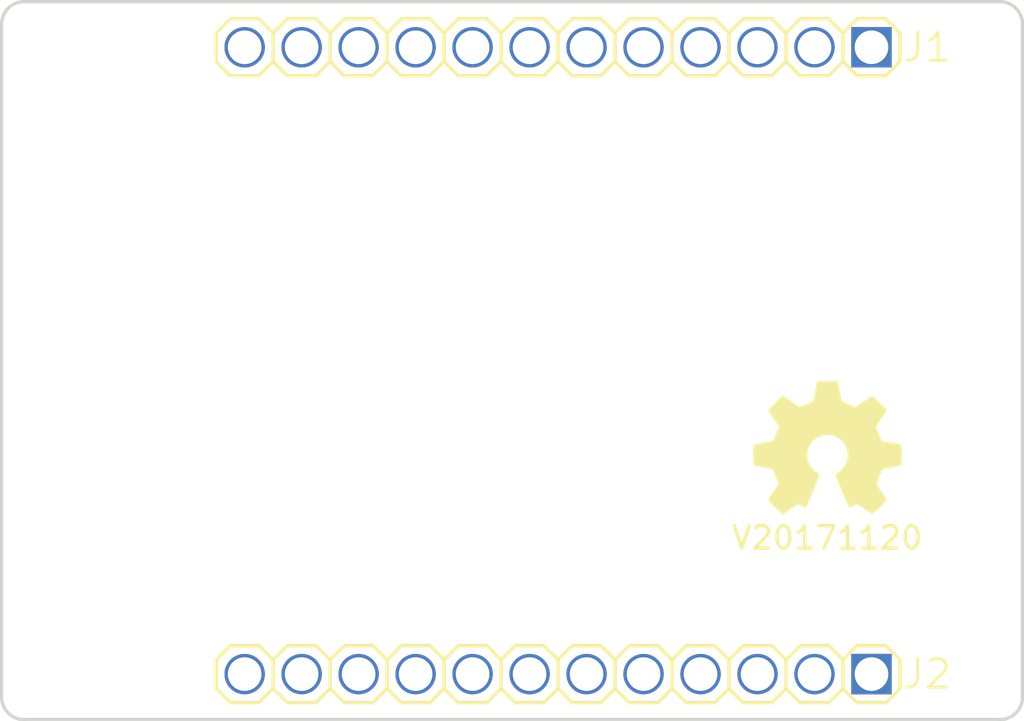
<source format=kicad_pcb>
(kicad_pcb (version 4) (host pcbnew 4.0.7-e2-6376~58~ubuntu17.04.1)

  (general
    (links 0)
    (no_connects 0)
    (area 0 0 0 0)
    (thickness 1.6)
    (drawings 8)
    (tracks 0)
    (zones 0)
    (modules 7)
    (nets 25)
  )

  (page A4)
  (layers
    (0 F.Cu signal)
    (31 B.Cu signal)
    (32 B.Adhes user)
    (33 F.Adhes user)
    (34 B.Paste user)
    (35 F.Paste user)
    (36 B.SilkS user)
    (37 F.SilkS user)
    (38 B.Mask user)
    (39 F.Mask user)
    (40 Dwgs.User user)
    (41 Cmts.User user)
    (42 Eco1.User user)
    (43 Eco2.User user)
    (44 Edge.Cuts user)
    (45 Margin user)
    (46 B.CrtYd user)
    (47 F.CrtYd user)
    (48 B.Fab user)
    (49 F.Fab user)
  )

  (setup
    (last_trace_width 0.1524)
    (user_trace_width 0.1524)
    (user_trace_width 0.2)
    (user_trace_width 0.3)
    (user_trace_width 0.4)
    (user_trace_width 0.6)
    (user_trace_width 1)
    (user_trace_width 1.5)
    (user_trace_width 2)
    (trace_clearance 0.1524)
    (zone_clearance 0.508)
    (zone_45_only no)
    (trace_min 0.1524)
    (segment_width 0.2)
    (edge_width 0.15)
    (via_size 0.381)
    (via_drill 0.254)
    (via_min_size 0.381)
    (via_min_drill 0.254)
    (user_via 0.381 0.254)
    (user_via 0.55 0.4)
    (user_via 0.75 0.6)
    (user_via 0.95 0.8)
    (user_via 1.3 1)
    (user_via 1.5 1.2)
    (user_via 1.7 1.4)
    (user_via 1.9 1.6)
    (uvia_size 0.381)
    (uvia_drill 0.254)
    (uvias_allowed no)
    (uvia_min_size 0.381)
    (uvia_min_drill 0.254)
    (pcb_text_width 0.3)
    (pcb_text_size 1.5 1.5)
    (mod_edge_width 0.15)
    (mod_text_size 1 1)
    (mod_text_width 0.15)
    (pad_size 1.524 1.524)
    (pad_drill 0.762)
    (pad_to_mask_clearance 0.2)
    (aux_axis_origin 0 0)
    (visible_elements FFFFFF7F)
    (pcbplotparams
      (layerselection 0x00030_80000001)
      (usegerberextensions false)
      (excludeedgelayer true)
      (linewidth 0.100000)
      (plotframeref false)
      (viasonmask false)
      (mode 1)
      (useauxorigin false)
      (hpglpennumber 1)
      (hpglpenspeed 20)
      (hpglpendiameter 15)
      (hpglpenoverlay 2)
      (psnegative false)
      (psa4output false)
      (plotreference true)
      (plotvalue true)
      (plotinvisibletext false)
      (padsonsilk false)
      (subtractmaskfromsilk false)
      (outputformat 1)
      (mirror false)
      (drillshape 1)
      (scaleselection 1)
      (outputdirectory ""))
  )

  (net 0 "")
  (net 1 "Net-(J1-Pad1)")
  (net 2 "Net-(J1-Pad2)")
  (net 3 "Net-(J1-Pad3)")
  (net 4 "Net-(J1-Pad4)")
  (net 5 "Net-(J1-Pad5)")
  (net 6 "Net-(J1-Pad6)")
  (net 7 "Net-(J1-Pad7)")
  (net 8 "Net-(J1-Pad8)")
  (net 9 "Net-(J1-Pad9)")
  (net 10 "Net-(J1-Pad10)")
  (net 11 "Net-(J1-Pad11)")
  (net 12 "Net-(J1-Pad12)")
  (net 13 "Net-(J2-Pad1)")
  (net 14 "Net-(J2-Pad2)")
  (net 15 "Net-(J2-Pad3)")
  (net 16 "Net-(J2-Pad4)")
  (net 17 "Net-(J2-Pad5)")
  (net 18 "Net-(J2-Pad6)")
  (net 19 "Net-(J2-Pad7)")
  (net 20 "Net-(J2-Pad8)")
  (net 21 "Net-(J2-Pad9)")
  (net 22 "Net-(J2-Pad10)")
  (net 23 "Net-(J2-Pad11)")
  (net 24 "Net-(J2-Pad12)")

  (net_class Default "This is the default net class."
    (clearance 0.1524)
    (trace_width 0.1524)
    (via_dia 0.381)
    (via_drill 0.254)
    (uvia_dia 0.381)
    (uvia_drill 0.254)
    (add_net "Net-(J1-Pad1)")
    (add_net "Net-(J1-Pad10)")
    (add_net "Net-(J1-Pad11)")
    (add_net "Net-(J1-Pad12)")
    (add_net "Net-(J1-Pad2)")
    (add_net "Net-(J1-Pad3)")
    (add_net "Net-(J1-Pad4)")
    (add_net "Net-(J1-Pad5)")
    (add_net "Net-(J1-Pad6)")
    (add_net "Net-(J1-Pad7)")
    (add_net "Net-(J1-Pad8)")
    (add_net "Net-(J1-Pad9)")
    (add_net "Net-(J2-Pad1)")
    (add_net "Net-(J2-Pad10)")
    (add_net "Net-(J2-Pad11)")
    (add_net "Net-(J2-Pad12)")
    (add_net "Net-(J2-Pad2)")
    (add_net "Net-(J2-Pad3)")
    (add_net "Net-(J2-Pad4)")
    (add_net "Net-(J2-Pad5)")
    (add_net "Net-(J2-Pad6)")
    (add_net "Net-(J2-Pad7)")
    (add_net "Net-(J2-Pad8)")
    (add_net "Net-(J2-Pad9)")
  )

  (module Symbols:OSHW-Symbol_6.7x6mm_SilkScreen (layer F.Cu) (tedit 0) (tstamp 5A135134)
    (at 160 105)
    (descr "Open Source Hardware Symbol")
    (tags "Logo Symbol OSHW")
    (path /5A135869)
    (attr virtual)
    (fp_text reference N1 (at 0 0) (layer F.SilkS) hide
      (effects (font (size 1 1) (thickness 0.15)))
    )
    (fp_text value OHWLOGO (at 0.75 0) (layer F.Fab) hide
      (effects (font (size 1 1) (thickness 0.15)))
    )
    (fp_poly (pts (xy 0.555814 -2.531069) (xy 0.639635 -2.086445) (xy 0.94892 -1.958947) (xy 1.258206 -1.831449)
      (xy 1.629246 -2.083754) (xy 1.733157 -2.154004) (xy 1.827087 -2.216728) (xy 1.906652 -2.269062)
      (xy 1.96747 -2.308143) (xy 2.005157 -2.331107) (xy 2.015421 -2.336058) (xy 2.03391 -2.323324)
      (xy 2.07342 -2.288118) (xy 2.129522 -2.234938) (xy 2.197787 -2.168282) (xy 2.273786 -2.092646)
      (xy 2.353092 -2.012528) (xy 2.431275 -1.932426) (xy 2.503907 -1.856836) (xy 2.566559 -1.790255)
      (xy 2.614803 -1.737182) (xy 2.64421 -1.702113) (xy 2.651241 -1.690377) (xy 2.641123 -1.66874)
      (xy 2.612759 -1.621338) (xy 2.569129 -1.552807) (xy 2.513218 -1.467785) (xy 2.448006 -1.370907)
      (xy 2.410219 -1.31565) (xy 2.341343 -1.214752) (xy 2.28014 -1.123701) (xy 2.229578 -1.04703)
      (xy 2.192628 -0.989272) (xy 2.172258 -0.954957) (xy 2.169197 -0.947746) (xy 2.176136 -0.927252)
      (xy 2.195051 -0.879487) (xy 2.223087 -0.811168) (xy 2.257391 -0.729011) (xy 2.295109 -0.63973)
      (xy 2.333387 -0.550042) (xy 2.36937 -0.466662) (xy 2.400206 -0.396306) (xy 2.423039 -0.34569)
      (xy 2.435017 -0.321529) (xy 2.435724 -0.320578) (xy 2.454531 -0.315964) (xy 2.504618 -0.305672)
      (xy 2.580793 -0.290713) (xy 2.677865 -0.272099) (xy 2.790643 -0.250841) (xy 2.856442 -0.238582)
      (xy 2.97695 -0.215638) (xy 3.085797 -0.193805) (xy 3.177476 -0.174278) (xy 3.246481 -0.158252)
      (xy 3.287304 -0.146921) (xy 3.295511 -0.143326) (xy 3.303548 -0.118994) (xy 3.310033 -0.064041)
      (xy 3.31497 0.015108) (xy 3.318364 0.112026) (xy 3.320218 0.220287) (xy 3.320538 0.333465)
      (xy 3.319327 0.445135) (xy 3.31659 0.548868) (xy 3.312331 0.638241) (xy 3.306555 0.706826)
      (xy 3.299267 0.748197) (xy 3.294895 0.75681) (xy 3.268764 0.767133) (xy 3.213393 0.781892)
      (xy 3.136107 0.799352) (xy 3.04423 0.81778) (xy 3.012158 0.823741) (xy 2.857524 0.852066)
      (xy 2.735375 0.874876) (xy 2.641673 0.89308) (xy 2.572384 0.907583) (xy 2.523471 0.919292)
      (xy 2.490897 0.929115) (xy 2.470628 0.937956) (xy 2.458626 0.946724) (xy 2.456947 0.948457)
      (xy 2.440184 0.976371) (xy 2.414614 1.030695) (xy 2.382788 1.104777) (xy 2.34726 1.191965)
      (xy 2.310583 1.285608) (xy 2.275311 1.379052) (xy 2.243996 1.465647) (xy 2.219193 1.53874)
      (xy 2.203454 1.591678) (xy 2.199332 1.617811) (xy 2.199676 1.618726) (xy 2.213641 1.640086)
      (xy 2.245322 1.687084) (xy 2.291391 1.754827) (xy 2.348518 1.838423) (xy 2.413373 1.932982)
      (xy 2.431843 1.959854) (xy 2.497699 2.057275) (xy 2.55565 2.146163) (xy 2.602538 2.221412)
      (xy 2.635207 2.27792) (xy 2.6505 2.310581) (xy 2.651241 2.314593) (xy 2.638392 2.335684)
      (xy 2.602888 2.377464) (xy 2.549293 2.435445) (xy 2.482171 2.505135) (xy 2.406087 2.582045)
      (xy 2.325604 2.661683) (xy 2.245287 2.739561) (xy 2.169699 2.811186) (xy 2.103405 2.87207)
      (xy 2.050969 2.917721) (xy 2.016955 2.94365) (xy 2.007545 2.947883) (xy 1.985643 2.937912)
      (xy 1.9408 2.91102) (xy 1.880321 2.871736) (xy 1.833789 2.840117) (xy 1.749475 2.782098)
      (xy 1.649626 2.713784) (xy 1.549473 2.645579) (xy 1.495627 2.609075) (xy 1.313371 2.4858)
      (xy 1.160381 2.56852) (xy 1.090682 2.604759) (xy 1.031414 2.632926) (xy 0.991311 2.648991)
      (xy 0.981103 2.651226) (xy 0.968829 2.634722) (xy 0.944613 2.588082) (xy 0.910263 2.515609)
      (xy 0.867588 2.421606) (xy 0.818394 2.310374) (xy 0.76449 2.186215) (xy 0.707684 2.053432)
      (xy 0.649782 1.916327) (xy 0.592593 1.779202) (xy 0.537924 1.646358) (xy 0.487584 1.522098)
      (xy 0.44338 1.410725) (xy 0.407119 1.316539) (xy 0.380609 1.243844) (xy 0.365658 1.196941)
      (xy 0.363254 1.180833) (xy 0.382311 1.160286) (xy 0.424036 1.126933) (xy 0.479706 1.087702)
      (xy 0.484378 1.084599) (xy 0.628264 0.969423) (xy 0.744283 0.835053) (xy 0.83143 0.685784)
      (xy 0.888699 0.525913) (xy 0.915086 0.359737) (xy 0.909585 0.191552) (xy 0.87119 0.025655)
      (xy 0.798895 -0.133658) (xy 0.777626 -0.168513) (xy 0.666996 -0.309263) (xy 0.536302 -0.422286)
      (xy 0.390064 -0.506997) (xy 0.232808 -0.562806) (xy 0.069057 -0.589126) (xy -0.096667 -0.58537)
      (xy -0.259838 -0.55095) (xy -0.415935 -0.485277) (xy -0.560433 -0.387765) (xy -0.605131 -0.348187)
      (xy -0.718888 -0.224297) (xy -0.801782 -0.093876) (xy -0.858644 0.052315) (xy -0.890313 0.197088)
      (xy -0.898131 0.35986) (xy -0.872062 0.52344) (xy -0.814755 0.682298) (xy -0.728856 0.830906)
      (xy -0.617014 0.963735) (xy -0.481877 1.075256) (xy -0.464117 1.087011) (xy -0.40785 1.125508)
      (xy -0.365077 1.158863) (xy -0.344628 1.18016) (xy -0.344331 1.180833) (xy -0.348721 1.203871)
      (xy -0.366124 1.256157) (xy -0.394732 1.33339) (xy -0.432735 1.431268) (xy -0.478326 1.545491)
      (xy -0.529697 1.671758) (xy -0.585038 1.805767) (xy -0.642542 1.943218) (xy -0.700399 2.079808)
      (xy -0.756802 2.211237) (xy -0.809942 2.333205) (xy -0.85801 2.441409) (xy -0.899199 2.531549)
      (xy -0.931699 2.599323) (xy -0.953703 2.64043) (xy -0.962564 2.651226) (xy -0.98964 2.642819)
      (xy -1.040303 2.620272) (xy -1.105817 2.587613) (xy -1.141841 2.56852) (xy -1.294832 2.4858)
      (xy -1.477088 2.609075) (xy -1.570125 2.672228) (xy -1.671985 2.741727) (xy -1.767438 2.807165)
      (xy -1.81525 2.840117) (xy -1.882495 2.885273) (xy -1.939436 2.921057) (xy -1.978646 2.942938)
      (xy -1.991381 2.947563) (xy -2.009917 2.935085) (xy -2.050941 2.900252) (xy -2.110475 2.846678)
      (xy -2.184542 2.777983) (xy -2.269165 2.697781) (xy -2.322685 2.646286) (xy -2.416319 2.554286)
      (xy -2.497241 2.471999) (xy -2.562177 2.402945) (xy -2.607858 2.350644) (xy -2.631011 2.318616)
      (xy -2.633232 2.312116) (xy -2.622924 2.287394) (xy -2.594439 2.237405) (xy -2.550937 2.167212)
      (xy -2.495577 2.081875) (xy -2.43152 1.986456) (xy -2.413303 1.959854) (xy -2.346927 1.863167)
      (xy -2.287378 1.776117) (xy -2.237984 1.703595) (xy -2.202075 1.650493) (xy -2.182981 1.621703)
      (xy -2.181136 1.618726) (xy -2.183895 1.595782) (xy -2.198538 1.545336) (xy -2.222513 1.474041)
      (xy -2.253266 1.388547) (xy -2.288244 1.295507) (xy -2.324893 1.201574) (xy -2.360661 1.113399)
      (xy -2.392994 1.037634) (xy -2.419338 0.980931) (xy -2.437142 0.949943) (xy -2.438407 0.948457)
      (xy -2.449294 0.939601) (xy -2.467682 0.930843) (xy -2.497606 0.921277) (xy -2.543103 0.909996)
      (xy -2.608209 0.896093) (xy -2.696961 0.878663) (xy -2.813393 0.856798) (xy -2.961542 0.829591)
      (xy -2.993618 0.823741) (xy -3.088686 0.805374) (xy -3.171565 0.787405) (xy -3.23493 0.771569)
      (xy -3.271458 0.7596) (xy -3.276356 0.75681) (xy -3.284427 0.732072) (xy -3.290987 0.67679)
      (xy -3.296033 0.597389) (xy -3.299559 0.500296) (xy -3.301561 0.391938) (xy -3.302036 0.27874)
      (xy -3.300977 0.167128) (xy -3.298382 0.063529) (xy -3.294246 -0.025632) (xy -3.288563 -0.093928)
      (xy -3.281331 -0.134934) (xy -3.276971 -0.143326) (xy -3.252698 -0.151792) (xy -3.197426 -0.165565)
      (xy -3.116662 -0.18345) (xy -3.015912 -0.204252) (xy -2.900683 -0.226777) (xy -2.837902 -0.238582)
      (xy -2.718787 -0.260849) (xy -2.612565 -0.281021) (xy -2.524427 -0.298085) (xy -2.459566 -0.311031)
      (xy -2.423174 -0.318845) (xy -2.417184 -0.320578) (xy -2.407061 -0.34011) (xy -2.385662 -0.387157)
      (xy -2.355839 -0.454997) (xy -2.320445 -0.536909) (xy -2.282332 -0.626172) (xy -2.244353 -0.716065)
      (xy -2.20936 -0.799865) (xy -2.180206 -0.870853) (xy -2.159743 -0.922306) (xy -2.150823 -0.947503)
      (xy -2.150657 -0.948604) (xy -2.160769 -0.968481) (xy -2.189117 -1.014223) (xy -2.232723 -1.081283)
      (xy -2.288606 -1.165116) (xy -2.353787 -1.261174) (xy -2.391679 -1.31635) (xy -2.460725 -1.417519)
      (xy -2.52205 -1.50937) (xy -2.572663 -1.587256) (xy -2.609571 -1.646531) (xy -2.629782 -1.682549)
      (xy -2.632701 -1.690623) (xy -2.620153 -1.709416) (xy -2.585463 -1.749543) (xy -2.533063 -1.806507)
      (xy -2.467384 -1.875815) (xy -2.392856 -1.952969) (xy -2.313913 -2.033475) (xy -2.234983 -2.112837)
      (xy -2.1605 -2.18656) (xy -2.094894 -2.250148) (xy -2.042596 -2.299106) (xy -2.008039 -2.328939)
      (xy -1.996478 -2.336058) (xy -1.977654 -2.326047) (xy -1.932631 -2.297922) (xy -1.865787 -2.254546)
      (xy -1.781499 -2.198782) (xy -1.684144 -2.133494) (xy -1.610707 -2.083754) (xy -1.239667 -1.831449)
      (xy -0.621095 -2.086445) (xy -0.537275 -2.531069) (xy -0.453454 -2.975693) (xy 0.471994 -2.975693)
      (xy 0.555814 -2.531069)) (layer F.SilkS) (width 0.01))
  )

  (module SquantorLabels:Label_version (layer F.Cu) (tedit 59D3ED5E) (tstamp 5A135138)
    (at 160 109)
    (path /5A1357A5)
    (fp_text reference N2 (at 0 2) (layer F.Fab) hide
      (effects (font (size 1 1) (thickness 0.15)))
    )
    (fp_text value V20171120 (at 0 0) (layer F.SilkS)
      (effects (font (size 1 1) (thickness 0.15)))
    )
  )

  (module SquantorPcbOutline:MountingHole_3.2mm_no_metal locked (layer F.Cu) (tedit 5A135631) (tstamp 5A135345)
    (at 126.59 113.65)
    (path /5A135980)
    (fp_text reference H1 (at 0 -3) (layer F.SilkS) hide
      (effects (font (size 1 1) (thickness 0.15)))
    )
    (fp_text value Drill_Hole_no_metal (at 0 3) (layer F.Fab) hide
      (effects (font (size 1 1) (thickness 0.15)))
    )
    (pad "" np_thru_hole circle (at 0 0) (size 3.2 3.2) (drill 3.2) (layers *.Cu *.Mask))
  )

  (module SquantorPcbOutline:MountingHole_3.2mm_no_metal locked (layer F.Cu) (tedit 5A135626) (tstamp 5A13534A)
    (at 126.59 88.55)
    (path /5A1359C7)
    (fp_text reference H2 (at 0 -3) (layer F.SilkS) hide
      (effects (font (size 1 1) (thickness 0.15)))
    )
    (fp_text value Drill_Hole_no_metal (at 0 3) (layer F.Fab) hide
      (effects (font (size 1 1) (thickness 0.15)))
    )
    (pad "" np_thru_hole circle (at 0 0) (size 3.2 3.2) (drill 3.2) (layers *.Cu *.Mask))
  )

  (module SquantorPcbOutline:MountingHole_2.2mm_no_metal locked (layer F.Cu) (tedit 5A13563B) (tstamp 5A13534F)
    (at 148 101.1)
    (path /5A135A0C)
    (fp_text reference H3 (at 0 -3) (layer F.SilkS) hide
      (effects (font (size 1 1) (thickness 0.15)))
    )
    (fp_text value Drill_Hole_no_metal (at 0 3) (layer F.Fab) hide
      (effects (font (size 1 1) (thickness 0.15)))
    )
    (pad "" np_thru_hole circle (at 0 0) (size 2.2 2.2) (drill 2.2) (layers *.Cu *.Mask))
  )

  (module SquantorConnectors:Header-0254-1X12-H015 locked (layer F.Cu) (tedit 5A135519) (tstamp 5A13541D)
    (at 148 87.13216 180)
    (descr "PIN HEADER")
    (tags "PIN HEADER")
    (path /5A135BF8)
    (attr virtual)
    (fp_text reference J1 (at -16.45 0 180) (layer F.SilkS)
      (effects (font (size 1.27 1.27) (thickness 0.127)))
    )
    (fp_text value PINS_1X12 (at 0 2.9 180) (layer F.Fab) hide
      (effects (font (size 1.27 1.27) (thickness 0.15)))
    )
    (fp_line (start 13.335 1.27) (end 12.7 0.635) (layer F.SilkS) (width 0.15))
    (fp_line (start 14.605 1.27) (end 13.335 1.27) (layer F.SilkS) (width 0.15))
    (fp_line (start 15.24 0.635) (end 14.605 1.27) (layer F.SilkS) (width 0.15))
    (fp_line (start 15.24 -0.635) (end 15.24 0.635) (layer F.SilkS) (width 0.15))
    (fp_line (start 14.605 -1.27) (end 15.24 -0.635) (layer F.SilkS) (width 0.15))
    (fp_line (start 13.335 -1.27) (end 14.605 -1.27) (layer F.SilkS) (width 0.15))
    (fp_line (start 12.7 -0.635) (end 13.335 -1.27) (layer F.SilkS) (width 0.15))
    (fp_line (start 10.795 1.27) (end 10.16 0.635) (layer F.SilkS) (width 0.15))
    (fp_line (start 12.065 1.27) (end 10.795 1.27) (layer F.SilkS) (width 0.15))
    (fp_line (start 12.7 0.635) (end 12.065 1.27) (layer F.SilkS) (width 0.15))
    (fp_line (start 12.7 -0.635) (end 12.7 0.635) (layer F.SilkS) (width 0.15))
    (fp_line (start 12.065 -1.27) (end 12.7 -0.635) (layer F.SilkS) (width 0.15))
    (fp_line (start 10.795 -1.27) (end 12.065 -1.27) (layer F.SilkS) (width 0.15))
    (fp_line (start 10.16 -0.635) (end 10.795 -1.27) (layer F.SilkS) (width 0.15))
    (fp_line (start 5.08 -0.635) (end 5.715 -1.27) (layer F.SilkS) (width 0.1524))
    (fp_line (start 5.715 -1.27) (end 6.985 -1.27) (layer F.SilkS) (width 0.1524))
    (fp_line (start 6.985 -1.27) (end 7.62 -0.635) (layer F.SilkS) (width 0.1524))
    (fp_line (start 7.62 -0.635) (end 7.62 0.635) (layer F.SilkS) (width 0.1524))
    (fp_line (start 7.62 0.635) (end 6.985 1.27) (layer F.SilkS) (width 0.1524))
    (fp_line (start 6.985 1.27) (end 5.715 1.27) (layer F.SilkS) (width 0.1524))
    (fp_line (start 5.715 1.27) (end 5.08 0.635) (layer F.SilkS) (width 0.1524))
    (fp_line (start 0.635 -1.27) (end 1.905 -1.27) (layer F.SilkS) (width 0.1524))
    (fp_line (start 1.905 -1.27) (end 2.54 -0.635) (layer F.SilkS) (width 0.1524))
    (fp_line (start 2.54 -0.635) (end 2.54 0.635) (layer F.SilkS) (width 0.1524))
    (fp_line (start 2.54 0.635) (end 1.905 1.27) (layer F.SilkS) (width 0.1524))
    (fp_line (start 2.54 -0.635) (end 3.175 -1.27) (layer F.SilkS) (width 0.1524))
    (fp_line (start 3.175 -1.27) (end 4.445 -1.27) (layer F.SilkS) (width 0.1524))
    (fp_line (start 4.445 -1.27) (end 5.08 -0.635) (layer F.SilkS) (width 0.1524))
    (fp_line (start 5.08 -0.635) (end 5.08 0.635) (layer F.SilkS) (width 0.1524))
    (fp_line (start 5.08 0.635) (end 4.445 1.27) (layer F.SilkS) (width 0.1524))
    (fp_line (start 4.445 1.27) (end 3.175 1.27) (layer F.SilkS) (width 0.1524))
    (fp_line (start 3.175 1.27) (end 2.54 0.635) (layer F.SilkS) (width 0.1524))
    (fp_line (start -2.54 -0.635) (end -1.905 -1.27) (layer F.SilkS) (width 0.1524))
    (fp_line (start -1.905 -1.27) (end -0.635 -1.27) (layer F.SilkS) (width 0.1524))
    (fp_line (start -0.635 -1.27) (end 0 -0.635) (layer F.SilkS) (width 0.1524))
    (fp_line (start 0 -0.635) (end 0 0.635) (layer F.SilkS) (width 0.1524))
    (fp_line (start 0 0.635) (end -0.635 1.27) (layer F.SilkS) (width 0.1524))
    (fp_line (start -0.635 1.27) (end -1.905 1.27) (layer F.SilkS) (width 0.1524))
    (fp_line (start -1.905 1.27) (end -2.54 0.635) (layer F.SilkS) (width 0.1524))
    (fp_line (start 0.635 -1.27) (end 0 -0.635) (layer F.SilkS) (width 0.1524))
    (fp_line (start 0 0.635) (end 0.635 1.27) (layer F.SilkS) (width 0.1524))
    (fp_line (start 1.905 1.27) (end 0.635 1.27) (layer F.SilkS) (width 0.1524))
    (fp_line (start -6.985 -1.27) (end -5.715 -1.27) (layer F.SilkS) (width 0.1524))
    (fp_line (start -5.715 -1.27) (end -5.08 -0.635) (layer F.SilkS) (width 0.1524))
    (fp_line (start -5.08 -0.635) (end -5.08 0.635) (layer F.SilkS) (width 0.1524))
    (fp_line (start -5.08 0.635) (end -5.715 1.27) (layer F.SilkS) (width 0.1524))
    (fp_line (start -5.08 -0.635) (end -4.445 -1.27) (layer F.SilkS) (width 0.1524))
    (fp_line (start -4.445 -1.27) (end -3.175 -1.27) (layer F.SilkS) (width 0.1524))
    (fp_line (start -3.175 -1.27) (end -2.54 -0.635) (layer F.SilkS) (width 0.1524))
    (fp_line (start -2.54 -0.635) (end -2.54 0.635) (layer F.SilkS) (width 0.1524))
    (fp_line (start -2.54 0.635) (end -3.175 1.27) (layer F.SilkS) (width 0.1524))
    (fp_line (start -3.175 1.27) (end -4.445 1.27) (layer F.SilkS) (width 0.1524))
    (fp_line (start -4.445 1.27) (end -5.08 0.635) (layer F.SilkS) (width 0.1524))
    (fp_line (start -10.16 -0.635) (end -9.525 -1.27) (layer F.SilkS) (width 0.1524))
    (fp_line (start -9.525 -1.27) (end -8.255 -1.27) (layer F.SilkS) (width 0.1524))
    (fp_line (start -8.255 -1.27) (end -7.62 -0.635) (layer F.SilkS) (width 0.1524))
    (fp_line (start -7.62 -0.635) (end -7.62 0.635) (layer F.SilkS) (width 0.1524))
    (fp_line (start -7.62 0.635) (end -8.255 1.27) (layer F.SilkS) (width 0.1524))
    (fp_line (start -8.255 1.27) (end -9.525 1.27) (layer F.SilkS) (width 0.1524))
    (fp_line (start -9.525 1.27) (end -10.16 0.635) (layer F.SilkS) (width 0.1524))
    (fp_line (start -6.985 -1.27) (end -7.62 -0.635) (layer F.SilkS) (width 0.1524))
    (fp_line (start -7.62 0.635) (end -6.985 1.27) (layer F.SilkS) (width 0.1524))
    (fp_line (start -5.715 1.27) (end -6.985 1.27) (layer F.SilkS) (width 0.1524))
    (fp_line (start -14.605 -1.27) (end -13.335 -1.27) (layer F.SilkS) (width 0.1524))
    (fp_line (start -13.335 -1.27) (end -12.7 -0.635) (layer F.SilkS) (width 0.1524))
    (fp_line (start -12.7 -0.635) (end -12.7 0.635) (layer F.SilkS) (width 0.1524))
    (fp_line (start -12.7 0.635) (end -13.335 1.27) (layer F.SilkS) (width 0.1524))
    (fp_line (start -12.7 -0.635) (end -12.065 -1.27) (layer F.SilkS) (width 0.1524))
    (fp_line (start -12.065 -1.27) (end -10.795 -1.27) (layer F.SilkS) (width 0.1524))
    (fp_line (start -10.795 -1.27) (end -10.16 -0.635) (layer F.SilkS) (width 0.1524))
    (fp_line (start -10.16 -0.635) (end -10.16 0.635) (layer F.SilkS) (width 0.1524))
    (fp_line (start -10.16 0.635) (end -10.795 1.27) (layer F.SilkS) (width 0.1524))
    (fp_line (start -10.795 1.27) (end -12.065 1.27) (layer F.SilkS) (width 0.1524))
    (fp_line (start -12.065 1.27) (end -12.7 0.635) (layer F.SilkS) (width 0.1524))
    (fp_line (start -15.24 -0.635) (end -15.24 0.635) (layer F.SilkS) (width 0.1524))
    (fp_line (start -14.605 -1.27) (end -15.24 -0.635) (layer F.SilkS) (width 0.1524))
    (fp_line (start -15.24 0.635) (end -14.605 1.27) (layer F.SilkS) (width 0.1524))
    (fp_line (start -13.335 1.27) (end -14.605 1.27) (layer F.SilkS) (width 0.1524))
    (fp_line (start 8.255 -1.27) (end 9.525 -1.27) (layer F.SilkS) (width 0.1524))
    (fp_line (start 9.525 -1.27) (end 10.16 -0.635) (layer F.SilkS) (width 0.1524))
    (fp_line (start 10.16 -0.635) (end 10.16 0.635) (layer F.SilkS) (width 0.1524))
    (fp_line (start 10.16 0.635) (end 9.525 1.27) (layer F.SilkS) (width 0.1524))
    (fp_line (start 8.255 -1.27) (end 7.62 -0.635) (layer F.SilkS) (width 0.1524))
    (fp_line (start 7.62 0.635) (end 8.255 1.27) (layer F.SilkS) (width 0.1524))
    (fp_line (start 9.525 1.27) (end 8.255 1.27) (layer F.SilkS) (width 0.1524))
    (pad 1 thru_hole rect (at -13.97 0) (size 1.8 1.8) (drill 1.5) (layers *.Cu *.Mask)
      (net 1 "Net-(J1-Pad1)"))
    (pad 2 thru_hole circle (at -11.43 0) (size 1.8 1.8) (drill 1.5) (layers *.Cu *.Mask)
      (net 2 "Net-(J1-Pad2)"))
    (pad 3 thru_hole circle (at -8.89 0) (size 1.8 1.8) (drill 1.5) (layers *.Cu *.Mask)
      (net 3 "Net-(J1-Pad3)"))
    (pad 4 thru_hole circle (at -6.35 0) (size 1.8 1.8) (drill 1.5) (layers *.Cu *.Mask)
      (net 4 "Net-(J1-Pad4)"))
    (pad 5 thru_hole circle (at -3.81 0) (size 1.8 1.8) (drill 1.5) (layers *.Cu *.Mask)
      (net 5 "Net-(J1-Pad5)"))
    (pad 6 thru_hole circle (at -1.27 0) (size 1.8 1.8) (drill 1.5) (layers *.Cu *.Mask)
      (net 6 "Net-(J1-Pad6)"))
    (pad 7 thru_hole circle (at 1.27 0) (size 1.8 1.8) (drill 1.5) (layers *.Cu *.Mask)
      (net 7 "Net-(J1-Pad7)"))
    (pad 8 thru_hole circle (at 3.81 0) (size 1.8 1.8) (drill 1.5) (layers *.Cu *.Mask)
      (net 8 "Net-(J1-Pad8)"))
    (pad 9 thru_hole circle (at 6.35 0 180) (size 1.8 1.8) (drill 1.5) (layers *.Cu *.Mask)
      (net 9 "Net-(J1-Pad9)"))
    (pad 10 thru_hole circle (at 8.89 0) (size 1.8 1.8) (drill 1.5) (layers *.Cu *.Mask)
      (net 10 "Net-(J1-Pad10)"))
    (pad 11 thru_hole circle (at 11.43 0 180) (size 1.8 1.8) (drill 1.5) (layers *.Cu *.Mask)
      (net 11 "Net-(J1-Pad11)"))
    (pad 12 thru_hole circle (at 13.97 0 180) (size 1.8 1.8) (drill 1.5) (layers *.Cu *.Mask)
      (net 12 "Net-(J1-Pad12)"))
  )

  (module SquantorConnectors:Header-0254-1X12-H015 locked (layer F.Cu) (tedit 5A135501) (tstamp 5A13542D)
    (at 148.00072 115.07216 180)
    (descr "PIN HEADER")
    (tags "PIN HEADER")
    (path /5A135C4B)
    (attr virtual)
    (fp_text reference J2 (at -16.44928 0 180) (layer F.SilkS)
      (effects (font (size 1.27 1.27) (thickness 0.127)))
    )
    (fp_text value PINS_1X12 (at 0 2.9 180) (layer F.Fab) hide
      (effects (font (size 1.27 1.27) (thickness 0.15)))
    )
    (fp_line (start 13.335 1.27) (end 12.7 0.635) (layer F.SilkS) (width 0.15))
    (fp_line (start 14.605 1.27) (end 13.335 1.27) (layer F.SilkS) (width 0.15))
    (fp_line (start 15.24 0.635) (end 14.605 1.27) (layer F.SilkS) (width 0.15))
    (fp_line (start 15.24 -0.635) (end 15.24 0.635) (layer F.SilkS) (width 0.15))
    (fp_line (start 14.605 -1.27) (end 15.24 -0.635) (layer F.SilkS) (width 0.15))
    (fp_line (start 13.335 -1.27) (end 14.605 -1.27) (layer F.SilkS) (width 0.15))
    (fp_line (start 12.7 -0.635) (end 13.335 -1.27) (layer F.SilkS) (width 0.15))
    (fp_line (start 10.795 1.27) (end 10.16 0.635) (layer F.SilkS) (width 0.15))
    (fp_line (start 12.065 1.27) (end 10.795 1.27) (layer F.SilkS) (width 0.15))
    (fp_line (start 12.7 0.635) (end 12.065 1.27) (layer F.SilkS) (width 0.15))
    (fp_line (start 12.7 -0.635) (end 12.7 0.635) (layer F.SilkS) (width 0.15))
    (fp_line (start 12.065 -1.27) (end 12.7 -0.635) (layer F.SilkS) (width 0.15))
    (fp_line (start 10.795 -1.27) (end 12.065 -1.27) (layer F.SilkS) (width 0.15))
    (fp_line (start 10.16 -0.635) (end 10.795 -1.27) (layer F.SilkS) (width 0.15))
    (fp_line (start 5.08 -0.635) (end 5.715 -1.27) (layer F.SilkS) (width 0.1524))
    (fp_line (start 5.715 -1.27) (end 6.985 -1.27) (layer F.SilkS) (width 0.1524))
    (fp_line (start 6.985 -1.27) (end 7.62 -0.635) (layer F.SilkS) (width 0.1524))
    (fp_line (start 7.62 -0.635) (end 7.62 0.635) (layer F.SilkS) (width 0.1524))
    (fp_line (start 7.62 0.635) (end 6.985 1.27) (layer F.SilkS) (width 0.1524))
    (fp_line (start 6.985 1.27) (end 5.715 1.27) (layer F.SilkS) (width 0.1524))
    (fp_line (start 5.715 1.27) (end 5.08 0.635) (layer F.SilkS) (width 0.1524))
    (fp_line (start 0.635 -1.27) (end 1.905 -1.27) (layer F.SilkS) (width 0.1524))
    (fp_line (start 1.905 -1.27) (end 2.54 -0.635) (layer F.SilkS) (width 0.1524))
    (fp_line (start 2.54 -0.635) (end 2.54 0.635) (layer F.SilkS) (width 0.1524))
    (fp_line (start 2.54 0.635) (end 1.905 1.27) (layer F.SilkS) (width 0.1524))
    (fp_line (start 2.54 -0.635) (end 3.175 -1.27) (layer F.SilkS) (width 0.1524))
    (fp_line (start 3.175 -1.27) (end 4.445 -1.27) (layer F.SilkS) (width 0.1524))
    (fp_line (start 4.445 -1.27) (end 5.08 -0.635) (layer F.SilkS) (width 0.1524))
    (fp_line (start 5.08 -0.635) (end 5.08 0.635) (layer F.SilkS) (width 0.1524))
    (fp_line (start 5.08 0.635) (end 4.445 1.27) (layer F.SilkS) (width 0.1524))
    (fp_line (start 4.445 1.27) (end 3.175 1.27) (layer F.SilkS) (width 0.1524))
    (fp_line (start 3.175 1.27) (end 2.54 0.635) (layer F.SilkS) (width 0.1524))
    (fp_line (start -2.54 -0.635) (end -1.905 -1.27) (layer F.SilkS) (width 0.1524))
    (fp_line (start -1.905 -1.27) (end -0.635 -1.27) (layer F.SilkS) (width 0.1524))
    (fp_line (start -0.635 -1.27) (end 0 -0.635) (layer F.SilkS) (width 0.1524))
    (fp_line (start 0 -0.635) (end 0 0.635) (layer F.SilkS) (width 0.1524))
    (fp_line (start 0 0.635) (end -0.635 1.27) (layer F.SilkS) (width 0.1524))
    (fp_line (start -0.635 1.27) (end -1.905 1.27) (layer F.SilkS) (width 0.1524))
    (fp_line (start -1.905 1.27) (end -2.54 0.635) (layer F.SilkS) (width 0.1524))
    (fp_line (start 0.635 -1.27) (end 0 -0.635) (layer F.SilkS) (width 0.1524))
    (fp_line (start 0 0.635) (end 0.635 1.27) (layer F.SilkS) (width 0.1524))
    (fp_line (start 1.905 1.27) (end 0.635 1.27) (layer F.SilkS) (width 0.1524))
    (fp_line (start -6.985 -1.27) (end -5.715 -1.27) (layer F.SilkS) (width 0.1524))
    (fp_line (start -5.715 -1.27) (end -5.08 -0.635) (layer F.SilkS) (width 0.1524))
    (fp_line (start -5.08 -0.635) (end -5.08 0.635) (layer F.SilkS) (width 0.1524))
    (fp_line (start -5.08 0.635) (end -5.715 1.27) (layer F.SilkS) (width 0.1524))
    (fp_line (start -5.08 -0.635) (end -4.445 -1.27) (layer F.SilkS) (width 0.1524))
    (fp_line (start -4.445 -1.27) (end -3.175 -1.27) (layer F.SilkS) (width 0.1524))
    (fp_line (start -3.175 -1.27) (end -2.54 -0.635) (layer F.SilkS) (width 0.1524))
    (fp_line (start -2.54 -0.635) (end -2.54 0.635) (layer F.SilkS) (width 0.1524))
    (fp_line (start -2.54 0.635) (end -3.175 1.27) (layer F.SilkS) (width 0.1524))
    (fp_line (start -3.175 1.27) (end -4.445 1.27) (layer F.SilkS) (width 0.1524))
    (fp_line (start -4.445 1.27) (end -5.08 0.635) (layer F.SilkS) (width 0.1524))
    (fp_line (start -10.16 -0.635) (end -9.525 -1.27) (layer F.SilkS) (width 0.1524))
    (fp_line (start -9.525 -1.27) (end -8.255 -1.27) (layer F.SilkS) (width 0.1524))
    (fp_line (start -8.255 -1.27) (end -7.62 -0.635) (layer F.SilkS) (width 0.1524))
    (fp_line (start -7.62 -0.635) (end -7.62 0.635) (layer F.SilkS) (width 0.1524))
    (fp_line (start -7.62 0.635) (end -8.255 1.27) (layer F.SilkS) (width 0.1524))
    (fp_line (start -8.255 1.27) (end -9.525 1.27) (layer F.SilkS) (width 0.1524))
    (fp_line (start -9.525 1.27) (end -10.16 0.635) (layer F.SilkS) (width 0.1524))
    (fp_line (start -6.985 -1.27) (end -7.62 -0.635) (layer F.SilkS) (width 0.1524))
    (fp_line (start -7.62 0.635) (end -6.985 1.27) (layer F.SilkS) (width 0.1524))
    (fp_line (start -5.715 1.27) (end -6.985 1.27) (layer F.SilkS) (width 0.1524))
    (fp_line (start -14.605 -1.27) (end -13.335 -1.27) (layer F.SilkS) (width 0.1524))
    (fp_line (start -13.335 -1.27) (end -12.7 -0.635) (layer F.SilkS) (width 0.1524))
    (fp_line (start -12.7 -0.635) (end -12.7 0.635) (layer F.SilkS) (width 0.1524))
    (fp_line (start -12.7 0.635) (end -13.335 1.27) (layer F.SilkS) (width 0.1524))
    (fp_line (start -12.7 -0.635) (end -12.065 -1.27) (layer F.SilkS) (width 0.1524))
    (fp_line (start -12.065 -1.27) (end -10.795 -1.27) (layer F.SilkS) (width 0.1524))
    (fp_line (start -10.795 -1.27) (end -10.16 -0.635) (layer F.SilkS) (width 0.1524))
    (fp_line (start -10.16 -0.635) (end -10.16 0.635) (layer F.SilkS) (width 0.1524))
    (fp_line (start -10.16 0.635) (end -10.795 1.27) (layer F.SilkS) (width 0.1524))
    (fp_line (start -10.795 1.27) (end -12.065 1.27) (layer F.SilkS) (width 0.1524))
    (fp_line (start -12.065 1.27) (end -12.7 0.635) (layer F.SilkS) (width 0.1524))
    (fp_line (start -15.24 -0.635) (end -15.24 0.635) (layer F.SilkS) (width 0.1524))
    (fp_line (start -14.605 -1.27) (end -15.24 -0.635) (layer F.SilkS) (width 0.1524))
    (fp_line (start -15.24 0.635) (end -14.605 1.27) (layer F.SilkS) (width 0.1524))
    (fp_line (start -13.335 1.27) (end -14.605 1.27) (layer F.SilkS) (width 0.1524))
    (fp_line (start 8.255 -1.27) (end 9.525 -1.27) (layer F.SilkS) (width 0.1524))
    (fp_line (start 9.525 -1.27) (end 10.16 -0.635) (layer F.SilkS) (width 0.1524))
    (fp_line (start 10.16 -0.635) (end 10.16 0.635) (layer F.SilkS) (width 0.1524))
    (fp_line (start 10.16 0.635) (end 9.525 1.27) (layer F.SilkS) (width 0.1524))
    (fp_line (start 8.255 -1.27) (end 7.62 -0.635) (layer F.SilkS) (width 0.1524))
    (fp_line (start 7.62 0.635) (end 8.255 1.27) (layer F.SilkS) (width 0.1524))
    (fp_line (start 9.525 1.27) (end 8.255 1.27) (layer F.SilkS) (width 0.1524))
    (pad 1 thru_hole rect (at -13.97 0) (size 1.8 1.8) (drill 1.5) (layers *.Cu *.Mask)
      (net 13 "Net-(J2-Pad1)"))
    (pad 2 thru_hole circle (at -11.43 0) (size 1.8 1.8) (drill 1.5) (layers *.Cu *.Mask)
      (net 14 "Net-(J2-Pad2)"))
    (pad 3 thru_hole circle (at -8.89 0) (size 1.8 1.8) (drill 1.5) (layers *.Cu *.Mask)
      (net 15 "Net-(J2-Pad3)"))
    (pad 4 thru_hole circle (at -6.35 0) (size 1.8 1.8) (drill 1.5) (layers *.Cu *.Mask)
      (net 16 "Net-(J2-Pad4)"))
    (pad 5 thru_hole circle (at -3.81 0) (size 1.8 1.8) (drill 1.5) (layers *.Cu *.Mask)
      (net 17 "Net-(J2-Pad5)"))
    (pad 6 thru_hole circle (at -1.27 0) (size 1.8 1.8) (drill 1.5) (layers *.Cu *.Mask)
      (net 18 "Net-(J2-Pad6)"))
    (pad 7 thru_hole circle (at 1.27 0) (size 1.8 1.8) (drill 1.5) (layers *.Cu *.Mask)
      (net 19 "Net-(J2-Pad7)"))
    (pad 8 thru_hole circle (at 3.81 0) (size 1.8 1.8) (drill 1.5) (layers *.Cu *.Mask)
      (net 20 "Net-(J2-Pad8)"))
    (pad 9 thru_hole circle (at 6.35 0 180) (size 1.8 1.8) (drill 1.5) (layers *.Cu *.Mask)
      (net 21 "Net-(J2-Pad9)"))
    (pad 10 thru_hole circle (at 8.89 0) (size 1.8 1.8) (drill 1.5) (layers *.Cu *.Mask)
      (net 22 "Net-(J2-Pad10)"))
    (pad 11 thru_hole circle (at 11.43 0 180) (size 1.8 1.8) (drill 1.5) (layers *.Cu *.Mask)
      (net 23 "Net-(J2-Pad11)"))
    (pad 12 thru_hole circle (at 13.97 0 180) (size 1.8 1.8) (drill 1.5) (layers *.Cu *.Mask)
      (net 24 "Net-(J2-Pad12)"))
  )

  (gr_arc (start 124.2 116.1) (end 124.2 117.1) (angle 90) (layer Edge.Cuts) (width 0.15))
  (gr_arc (start 167.7 116.1) (end 168.7 116.1) (angle 90) (layer Edge.Cuts) (width 0.15))
  (gr_arc (start 167.7 86.1) (end 167.7 85.1) (angle 90) (layer Edge.Cuts) (width 0.15))
  (gr_arc (start 124.2 86.1) (end 123.2 86.1) (angle 90) (layer Edge.Cuts) (width 0.15))
  (gr_line (start 123.2 116.1) (end 123.2 86.1) (layer Edge.Cuts) (width 0.15))
  (gr_line (start 167.7 117.1) (end 124.2 117.1) (layer Edge.Cuts) (width 0.15))
  (gr_line (start 168.7 86.1) (end 168.7 116.1) (layer Edge.Cuts) (width 0.15))
  (gr_line (start 124.2 85.1) (end 167.7 85.1) (layer Edge.Cuts) (width 0.15))

)

</source>
